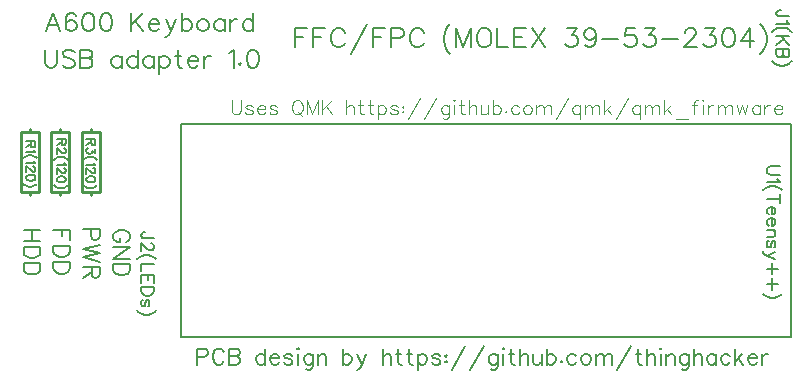
<source format=gto>
G04 ---------------------------- Layer name :TOP SILK LAYER*
G04 EasyEDA v5.3.14, Thu, 29 Mar 2018 20:23:58 GMT*
G04 Gerber Generator version 0.2*
G04 Scale: 100 percent, Rotated: No, Reflected: No *
G04 Dimensions in millimeters *
G04 leading zeros omitted , absolute positions ,3 integer and 3 decimal *
%FSLAX33Y33*%
%MOMM*%
G90*
G71D02*

%ADD10C,0.254000*%
%ADD16C,0.154838*%
%ADD17C,0.203200*%
%ADD18C,0.177800*%
%ADD19C,0.119888*%

%LPD*%
G54D10*
G01X1036Y15819D02*
G01X1036Y20899D01*
G01X1036Y20899D02*
G01X1798Y20899D01*
G01X1798Y20899D02*
G01X2560Y20899D01*
G01X2560Y20899D02*
G01X2560Y15819D01*
G01X2560Y15819D02*
G01X1798Y15819D01*
G01X1798Y15819D02*
G01X1036Y15819D01*
G01X1798Y20899D02*
G01X1798Y21153D01*
G01X1798Y15819D02*
G01X1798Y15565D01*
G01X3627Y15819D02*
G01X3627Y20899D01*
G01X3627Y20899D02*
G01X4389Y20899D01*
G01X4389Y20899D02*
G01X5151Y20899D01*
G01X5151Y20899D02*
G01X5151Y15819D01*
G01X5151Y15819D02*
G01X4389Y15819D01*
G01X4389Y15819D02*
G01X3627Y15819D01*
G01X4389Y20899D02*
G01X4389Y21153D01*
G01X4389Y15819D02*
G01X4389Y15565D01*
G01X6218Y15819D02*
G01X6218Y20899D01*
G01X6218Y20899D02*
G01X6980Y20899D01*
G01X6980Y20899D02*
G01X7742Y20899D01*
G01X7742Y20899D02*
G01X7742Y15819D01*
G01X7742Y15819D02*
G01X6980Y15819D01*
G01X6980Y15819D02*
G01X6218Y15819D01*
G01X6980Y20899D02*
G01X6980Y21153D01*
G01X6980Y15819D02*
G01X6980Y15565D01*
G54D16*
G01X66238Y21600D02*
G01X66238Y3535D01*
G01X14625Y3535D01*
G01X14625Y21600D01*
G01X66238Y21600D01*
G54D17*
G01X24278Y29691D02*
G01X24278Y28068D01*
G01X24278Y29691D02*
G01X25284Y29691D01*
G01X24278Y28919D02*
G01X24898Y28919D01*
G01X25794Y29691D02*
G01X25794Y28068D01*
G01X25794Y29691D02*
G01X26798Y29691D01*
G01X25794Y28919D02*
G01X26412Y28919D01*
G01X28467Y29305D02*
G01X28390Y29460D01*
G01X28235Y29615D01*
G01X28080Y29691D01*
G01X27773Y29691D01*
G01X27618Y29615D01*
G01X27463Y29460D01*
G01X27384Y29305D01*
G01X27308Y29074D01*
G01X27308Y28688D01*
G01X27384Y28454D01*
G01X27463Y28301D01*
G01X27618Y28147D01*
G01X27773Y28068D01*
G01X28080Y28068D01*
G01X28235Y28147D01*
G01X28390Y28301D01*
G01X28467Y28454D01*
G01X30369Y30001D02*
G01X28977Y27527D01*
G01X30880Y29691D02*
G01X30880Y28068D01*
G01X30880Y29691D02*
G01X31883Y29691D01*
G01X30880Y28919D02*
G01X31497Y28919D01*
G01X32393Y29691D02*
G01X32393Y28068D01*
G01X32393Y29691D02*
G01X33089Y29691D01*
G01X33320Y29615D01*
G01X33397Y29536D01*
G01X33475Y29383D01*
G01X33475Y29150D01*
G01X33397Y28995D01*
G01X33320Y28919D01*
G01X33089Y28842D01*
G01X32393Y28842D01*
G01X35144Y29305D02*
G01X35065Y29460D01*
G01X34913Y29615D01*
G01X34758Y29691D01*
G01X34448Y29691D01*
G01X34293Y29615D01*
G01X34138Y29460D01*
G01X34062Y29305D01*
G01X33986Y29074D01*
G01X33986Y28688D01*
G01X34062Y28454D01*
G01X34138Y28301D01*
G01X34293Y28147D01*
G01X34448Y28068D01*
G01X34758Y28068D01*
G01X34913Y28147D01*
G01X35065Y28301D01*
G01X35144Y28454D01*
G01X37384Y30001D02*
G01X37230Y29846D01*
G01X37075Y29615D01*
G01X36922Y29305D01*
G01X36843Y28919D01*
G01X36843Y28609D01*
G01X36922Y28223D01*
G01X37075Y27915D01*
G01X37230Y27682D01*
G01X37384Y27527D01*
G01X37895Y29691D02*
G01X37895Y28068D01*
G01X37895Y29691D02*
G01X38512Y28068D01*
G01X39132Y29691D02*
G01X38512Y28068D01*
G01X39132Y29691D02*
G01X39132Y28068D01*
G01X40105Y29691D02*
G01X39950Y29615D01*
G01X39795Y29460D01*
G01X39719Y29305D01*
G01X39640Y29074D01*
G01X39640Y28688D01*
G01X39719Y28454D01*
G01X39795Y28301D01*
G01X39950Y28147D01*
G01X40105Y28068D01*
G01X40415Y28068D01*
G01X40567Y28147D01*
G01X40722Y28301D01*
G01X40801Y28454D01*
G01X40877Y28688D01*
G01X40877Y29074D01*
G01X40801Y29305D01*
G01X40722Y29460D01*
G01X40567Y29615D01*
G01X40415Y29691D01*
G01X40105Y29691D01*
G01X41388Y29691D02*
G01X41388Y28068D01*
G01X41388Y28068D02*
G01X42315Y28068D01*
G01X42825Y29691D02*
G01X42825Y28068D01*
G01X42825Y29691D02*
G01X43828Y29691D01*
G01X42825Y28919D02*
G01X43442Y28919D01*
G01X42825Y28068D02*
G01X43828Y28068D01*
G01X44339Y29691D02*
G01X45421Y28068D01*
G01X45421Y29691D02*
G01X44339Y28068D01*
G01X47275Y29691D02*
G01X48126Y29691D01*
G01X47661Y29074D01*
G01X47895Y29074D01*
G01X48047Y28995D01*
G01X48126Y28919D01*
G01X48202Y28688D01*
G01X48202Y28533D01*
G01X48126Y28301D01*
G01X47971Y28147D01*
G01X47740Y28068D01*
G01X47506Y28068D01*
G01X47275Y28147D01*
G01X47199Y28223D01*
G01X47120Y28378D01*
G01X49716Y29150D02*
G01X49640Y28919D01*
G01X49485Y28764D01*
G01X49254Y28688D01*
G01X49178Y28688D01*
G01X48944Y28764D01*
G01X48789Y28919D01*
G01X48713Y29150D01*
G01X48713Y29229D01*
G01X48789Y29460D01*
G01X48944Y29615D01*
G01X49178Y29691D01*
G01X49254Y29691D01*
G01X49485Y29615D01*
G01X49640Y29460D01*
G01X49716Y29150D01*
G01X49716Y28764D01*
G01X49640Y28378D01*
G01X49485Y28147D01*
G01X49254Y28068D01*
G01X49099Y28068D01*
G01X48868Y28147D01*
G01X48789Y28301D01*
G01X50227Y28764D02*
G01X51619Y28764D01*
G01X53056Y29691D02*
G01X52284Y29691D01*
G01X52205Y28995D01*
G01X52284Y29074D01*
G01X52515Y29150D01*
G01X52746Y29150D01*
G01X52978Y29074D01*
G01X53132Y28919D01*
G01X53211Y28688D01*
G01X53211Y28533D01*
G01X53132Y28301D01*
G01X52978Y28147D01*
G01X52746Y28068D01*
G01X52515Y28068D01*
G01X52284Y28147D01*
G01X52205Y28223D01*
G01X52129Y28378D01*
G01X53874Y29691D02*
G01X54725Y29691D01*
G01X54260Y29074D01*
G01X54494Y29074D01*
G01X54646Y28995D01*
G01X54725Y28919D01*
G01X54801Y28688D01*
G01X54801Y28533D01*
G01X54725Y28301D01*
G01X54570Y28147D01*
G01X54339Y28068D01*
G01X54105Y28068D01*
G01X53874Y28147D01*
G01X53798Y28223D01*
G01X53719Y28378D01*
G01X55312Y28764D02*
G01X56704Y28764D01*
G01X57290Y29305D02*
G01X57290Y29383D01*
G01X57367Y29536D01*
G01X57445Y29615D01*
G01X57600Y29691D01*
G01X57908Y29691D01*
G01X58063Y29615D01*
G01X58141Y29536D01*
G01X58218Y29383D01*
G01X58218Y29229D01*
G01X58141Y29074D01*
G01X57986Y28842D01*
G01X57212Y28068D01*
G01X58294Y28068D01*
G01X58959Y29691D02*
G01X59810Y29691D01*
G01X59345Y29074D01*
G01X59576Y29074D01*
G01X59731Y28995D01*
G01X59810Y28919D01*
G01X59886Y28688D01*
G01X59886Y28533D01*
G01X59810Y28301D01*
G01X59655Y28147D01*
G01X59424Y28068D01*
G01X59190Y28068D01*
G01X58959Y28147D01*
G01X58883Y28223D01*
G01X58804Y28378D01*
G01X60859Y29691D02*
G01X60628Y29615D01*
G01X60473Y29383D01*
G01X60397Y28995D01*
G01X60397Y28764D01*
G01X60473Y28378D01*
G01X60628Y28147D01*
G01X60859Y28068D01*
G01X61014Y28068D01*
G01X61245Y28147D01*
G01X61400Y28378D01*
G01X61479Y28764D01*
G01X61479Y28995D01*
G01X61400Y29383D01*
G01X61245Y29615D01*
G01X61014Y29691D01*
G01X60859Y29691D01*
G01X62762Y29691D02*
G01X61989Y28609D01*
G01X63148Y28609D01*
G01X62762Y29691D02*
G01X62762Y28068D01*
G01X63658Y30001D02*
G01X63813Y29846D01*
G01X63966Y29615D01*
G01X64121Y29305D01*
G01X64199Y28919D01*
G01X64199Y28609D01*
G01X64121Y28223D01*
G01X63966Y27915D01*
G01X63813Y27682D01*
G01X63658Y27527D01*
G54D18*
G01X66091Y30680D02*
G01X65260Y30680D01*
G01X65105Y30733D01*
G01X65052Y30784D01*
G01X65001Y30888D01*
G01X65001Y30992D01*
G01X65052Y31096D01*
G01X65105Y31150D01*
G01X65260Y31200D01*
G01X65364Y31200D01*
G01X65885Y30337D02*
G01X65936Y30235D01*
G01X66091Y30078D01*
G01X65001Y30078D01*
G01X66299Y29372D02*
G01X66195Y29476D01*
G01X66040Y29580D01*
G01X65832Y29684D01*
G01X65573Y29735D01*
G01X65364Y29735D01*
G01X65105Y29684D01*
G01X64897Y29580D01*
G01X64742Y29476D01*
G01X64638Y29372D01*
G01X66091Y29029D02*
G01X65001Y29029D01*
G01X66091Y28302D02*
G01X65364Y29029D01*
G01X65623Y28770D02*
G01X65001Y28302D01*
G01X66091Y27959D02*
G01X65001Y27959D01*
G01X66091Y27959D02*
G01X66091Y27492D01*
G01X66040Y27334D01*
G01X65989Y27284D01*
G01X65885Y27230D01*
G01X65781Y27230D01*
G01X65677Y27284D01*
G01X65623Y27334D01*
G01X65573Y27492D01*
G01X65573Y27959D02*
G01X65573Y27492D01*
G01X65519Y27334D01*
G01X65468Y27284D01*
G01X65364Y27230D01*
G01X65209Y27230D01*
G01X65105Y27284D01*
G01X65052Y27334D01*
G01X65001Y27492D01*
G01X65001Y27959D01*
G01X66299Y26887D02*
G01X66195Y26783D01*
G01X66040Y26679D01*
G01X65832Y26578D01*
G01X65573Y26524D01*
G01X65364Y26524D01*
G01X65105Y26578D01*
G01X64897Y26679D01*
G01X64742Y26783D01*
G01X64638Y26887D01*
G01X2255Y20101D02*
G01X1490Y20101D01*
G01X2255Y20101D02*
G01X2255Y19773D01*
G01X2219Y19664D01*
G01X2181Y19629D01*
G01X2110Y19591D01*
G01X2036Y19591D01*
G01X1963Y19629D01*
G01X1927Y19664D01*
G01X1892Y19773D01*
G01X1892Y20101D01*
G01X1892Y19847D02*
G01X1490Y19591D01*
G01X2110Y19352D02*
G01X2146Y19278D01*
G01X2255Y19169D01*
G01X1490Y19169D01*
G01X2400Y18676D02*
G01X2329Y18747D01*
G01X2219Y18821D01*
G01X2072Y18895D01*
G01X1892Y18930D01*
G01X1747Y18930D01*
G01X1564Y18895D01*
G01X1419Y18821D01*
G01X1310Y18747D01*
G01X1236Y18676D01*
G01X2110Y18435D02*
G01X2146Y18364D01*
G01X2255Y18255D01*
G01X1490Y18255D01*
G01X2072Y17978D02*
G01X2110Y17978D01*
G01X2181Y17940D01*
G01X2219Y17904D01*
G01X2255Y17830D01*
G01X2255Y17686D01*
G01X2219Y17614D01*
G01X2181Y17576D01*
G01X2110Y17541D01*
G01X2036Y17541D01*
G01X1963Y17576D01*
G01X1856Y17650D01*
G01X1490Y18013D01*
G01X1490Y17505D01*
G01X2255Y17045D02*
G01X2219Y17155D01*
G01X2110Y17228D01*
G01X1927Y17264D01*
G01X1818Y17264D01*
G01X1638Y17228D01*
G01X1528Y17155D01*
G01X1490Y17045D01*
G01X1490Y16974D01*
G01X1528Y16865D01*
G01X1638Y16791D01*
G01X1818Y16756D01*
G01X1927Y16756D01*
G01X2110Y16791D01*
G01X2219Y16865D01*
G01X2255Y16974D01*
G01X2255Y17045D01*
G01X2400Y16515D02*
G01X2329Y16443D01*
G01X2219Y16370D01*
G01X2072Y16296D01*
G01X1892Y16261D01*
G01X1747Y16261D01*
G01X1564Y16296D01*
G01X1419Y16370D01*
G01X1310Y16443D01*
G01X1236Y16515D01*
G01X4854Y20301D02*
G01X4090Y20301D01*
G01X4854Y20301D02*
G01X4854Y19973D01*
G01X4816Y19864D01*
G01X4781Y19829D01*
G01X4707Y19793D01*
G01X4636Y19793D01*
G01X4562Y19829D01*
G01X4527Y19864D01*
G01X4491Y19973D01*
G01X4491Y20301D01*
G01X4491Y20047D02*
G01X4090Y19793D01*
G01X4671Y19516D02*
G01X4707Y19516D01*
G01X4781Y19478D01*
G01X4816Y19442D01*
G01X4854Y19371D01*
G01X4854Y19224D01*
G01X4816Y19153D01*
G01X4781Y19115D01*
G01X4707Y19079D01*
G01X4636Y19079D01*
G01X4562Y19115D01*
G01X4453Y19188D01*
G01X4090Y19552D01*
G01X4090Y19044D01*
G01X4999Y18548D02*
G01X4925Y18622D01*
G01X4816Y18693D01*
G01X4671Y18767D01*
G01X4491Y18802D01*
G01X4344Y18802D01*
G01X4163Y18767D01*
G01X4016Y18693D01*
G01X3907Y18622D01*
G01X3836Y18548D01*
G01X4707Y18307D02*
G01X4745Y18236D01*
G01X4854Y18127D01*
G01X4090Y18127D01*
G01X4671Y17850D02*
G01X4707Y17850D01*
G01X4781Y17814D01*
G01X4816Y17776D01*
G01X4854Y17705D01*
G01X4854Y17560D01*
G01X4816Y17487D01*
G01X4781Y17451D01*
G01X4707Y17413D01*
G01X4636Y17413D01*
G01X4562Y17451D01*
G01X4453Y17522D01*
G01X4090Y17885D01*
G01X4090Y17377D01*
G01X4854Y16920D02*
G01X4816Y17029D01*
G01X4707Y17101D01*
G01X4527Y17136D01*
G01X4417Y17136D01*
G01X4234Y17101D01*
G01X4125Y17029D01*
G01X4090Y16920D01*
G01X4090Y16847D01*
G01X4125Y16737D01*
G01X4234Y16664D01*
G01X4417Y16628D01*
G01X4527Y16628D01*
G01X4707Y16664D01*
G01X4816Y16737D01*
G01X4854Y16847D01*
G01X4854Y16920D01*
G01X4999Y16389D02*
G01X4925Y16316D01*
G01X4816Y16242D01*
G01X4671Y16171D01*
G01X4491Y16133D01*
G01X4344Y16133D01*
G01X4163Y16171D01*
G01X4016Y16242D01*
G01X3907Y16316D01*
G01X3836Y16389D01*
G01X7352Y20301D02*
G01X6590Y20301D01*
G01X7352Y20301D02*
G01X7352Y19973D01*
G01X7317Y19864D01*
G01X7281Y19829D01*
G01X7207Y19793D01*
G01X7134Y19793D01*
G01X7063Y19829D01*
G01X7027Y19864D01*
G01X6989Y19973D01*
G01X6989Y20301D01*
G01X6989Y20047D02*
G01X6590Y19793D01*
G01X7352Y19478D02*
G01X7352Y19079D01*
G01X7063Y19298D01*
G01X7063Y19188D01*
G01X7027Y19115D01*
G01X6989Y19079D01*
G01X6880Y19044D01*
G01X6809Y19044D01*
G01X6699Y19079D01*
G01X6626Y19153D01*
G01X6590Y19260D01*
G01X6590Y19369D01*
G01X6626Y19478D01*
G01X6661Y19516D01*
G01X6735Y19552D01*
G01X7499Y18548D02*
G01X7426Y18622D01*
G01X7317Y18693D01*
G01X7172Y18767D01*
G01X6989Y18802D01*
G01X6844Y18802D01*
G01X6661Y18767D01*
G01X6516Y18693D01*
G01X6407Y18622D01*
G01X6334Y18548D01*
G01X7207Y18307D02*
G01X7243Y18236D01*
G01X7352Y18127D01*
G01X6590Y18127D01*
G01X7172Y17850D02*
G01X7207Y17850D01*
G01X7281Y17814D01*
G01X7317Y17776D01*
G01X7352Y17705D01*
G01X7352Y17558D01*
G01X7317Y17487D01*
G01X7281Y17451D01*
G01X7207Y17413D01*
G01X7134Y17413D01*
G01X7063Y17451D01*
G01X6953Y17522D01*
G01X6590Y17885D01*
G01X6590Y17377D01*
G01X7352Y16920D02*
G01X7317Y17027D01*
G01X7207Y17101D01*
G01X7027Y17136D01*
G01X6918Y17136D01*
G01X6735Y17101D01*
G01X6626Y17027D01*
G01X6590Y16920D01*
G01X6590Y16847D01*
G01X6626Y16737D01*
G01X6735Y16664D01*
G01X6918Y16628D01*
G01X7027Y16628D01*
G01X7207Y16664D01*
G01X7317Y16737D01*
G01X7352Y16847D01*
G01X7352Y16920D01*
G01X7499Y16387D02*
G01X7426Y16316D01*
G01X7317Y16242D01*
G01X7172Y16171D01*
G01X6989Y16133D01*
G01X6844Y16133D01*
G01X6661Y16171D01*
G01X6516Y16242D01*
G01X6407Y16316D01*
G01X6334Y16387D01*
G01X65291Y18000D02*
G01X64512Y18000D01*
G01X64357Y17950D01*
G01X64253Y17846D01*
G01X64199Y17688D01*
G01X64199Y17586D01*
G01X64253Y17429D01*
G01X64357Y17325D01*
G01X64512Y17274D01*
G01X65291Y17274D01*
G01X65083Y16931D02*
G01X65136Y16827D01*
G01X65291Y16672D01*
G01X64199Y16672D01*
G01X65500Y15963D02*
G01X65396Y16068D01*
G01X65238Y16172D01*
G01X65032Y16276D01*
G01X64771Y16329D01*
G01X64565Y16329D01*
G01X64303Y16276D01*
G01X64095Y16172D01*
G01X63940Y16068D01*
G01X63836Y15963D01*
G01X65291Y15257D02*
G01X64199Y15257D01*
G01X65291Y15620D02*
G01X65291Y14894D01*
G01X64616Y14551D02*
G01X64616Y13929D01*
G01X64720Y13929D01*
G01X64824Y13980D01*
G01X64875Y14030D01*
G01X64928Y14135D01*
G01X64928Y14292D01*
G01X64875Y14396D01*
G01X64771Y14500D01*
G01X64616Y14551D01*
G01X64512Y14551D01*
G01X64357Y14500D01*
G01X64253Y14396D01*
G01X64199Y14292D01*
G01X64199Y14135D01*
G01X64253Y14030D01*
G01X64357Y13929D01*
G01X64616Y13586D02*
G01X64616Y12961D01*
G01X64720Y12961D01*
G01X64824Y13014D01*
G01X64875Y13065D01*
G01X64928Y13169D01*
G01X64928Y13324D01*
G01X64875Y13428D01*
G01X64771Y13533D01*
G01X64616Y13586D01*
G01X64512Y13586D01*
G01X64357Y13533D01*
G01X64253Y13428D01*
G01X64199Y13324D01*
G01X64199Y13169D01*
G01X64253Y13065D01*
G01X64357Y12961D01*
G01X64928Y12618D02*
G01X64199Y12618D01*
G01X64720Y12618D02*
G01X64875Y12463D01*
G01X64928Y12359D01*
G01X64928Y12202D01*
G01X64875Y12100D01*
G01X64720Y12047D01*
G01X64199Y12047D01*
G01X64771Y11132D02*
G01X64875Y11186D01*
G01X64928Y11341D01*
G01X64928Y11496D01*
G01X64875Y11653D01*
G01X64771Y11704D01*
G01X64667Y11653D01*
G01X64616Y11549D01*
G01X64565Y11287D01*
G01X64512Y11186D01*
G01X64408Y11132D01*
G01X64357Y11132D01*
G01X64253Y11186D01*
G01X64199Y11341D01*
G01X64199Y11496D01*
G01X64253Y11653D01*
G01X64357Y11704D01*
G01X64928Y10739D02*
G01X64199Y10426D01*
G01X64928Y10114D02*
G01X64199Y10426D01*
G01X63993Y10530D01*
G01X63889Y10634D01*
G01X63836Y10739D01*
G01X63836Y10789D01*
G01X65136Y9303D02*
G01X64199Y9303D01*
G01X64667Y9771D02*
G01X64667Y8836D01*
G01X65136Y8026D02*
G01X64199Y8026D01*
G01X64667Y8493D02*
G01X64667Y7559D01*
G01X65500Y7216D02*
G01X65396Y7111D01*
G01X65238Y7007D01*
G01X65032Y6903D01*
G01X64771Y6852D01*
G01X64565Y6852D01*
G01X64303Y6903D01*
G01X64095Y7007D01*
G01X63940Y7111D01*
G01X63836Y7216D01*
G01X12291Y11882D02*
G01X11461Y11882D01*
G01X11306Y11933D01*
G01X11252Y11986D01*
G01X11202Y12090D01*
G01X11202Y12192D01*
G01X11252Y12296D01*
G01X11306Y12349D01*
G01X11461Y12400D01*
G01X11565Y12400D01*
G01X12032Y11486D02*
G01X12083Y11486D01*
G01X12187Y11435D01*
G01X12241Y11382D01*
G01X12291Y11278D01*
G01X12291Y11072D01*
G01X12241Y10968D01*
G01X12187Y10914D01*
G01X12083Y10864D01*
G01X11979Y10864D01*
G01X11877Y10914D01*
G01X11720Y11019D01*
G01X11202Y11539D01*
G01X11202Y10810D01*
G01X12500Y10104D02*
G01X12395Y10208D01*
G01X12241Y10312D01*
G01X12032Y10417D01*
G01X11773Y10467D01*
G01X11565Y10467D01*
G01X11306Y10417D01*
G01X11098Y10312D01*
G01X10940Y10208D01*
G01X10836Y10104D01*
G01X12291Y9761D02*
G01X11202Y9761D01*
G01X11202Y9761D02*
G01X11202Y9139D01*
G01X12291Y8796D02*
G01X11202Y8796D01*
G01X12291Y8796D02*
G01X12291Y8120D01*
G01X11773Y8796D02*
G01X11773Y8379D01*
G01X11202Y8796D02*
G01X11202Y8120D01*
G01X12291Y7777D02*
G01X11202Y7777D01*
G01X12291Y7777D02*
G01X12291Y7414D01*
G01X12241Y7257D01*
G01X12136Y7153D01*
G01X12032Y7102D01*
G01X11877Y7049D01*
G01X11616Y7049D01*
G01X11461Y7102D01*
G01X11357Y7153D01*
G01X11252Y7257D01*
G01X11202Y7414D01*
G01X11202Y7777D01*
G01X11773Y6134D02*
G01X11877Y6187D01*
G01X11928Y6342D01*
G01X11928Y6500D01*
G01X11877Y6655D01*
G01X11773Y6706D01*
G01X11669Y6655D01*
G01X11616Y6551D01*
G01X11565Y6292D01*
G01X11512Y6187D01*
G01X11407Y6134D01*
G01X11357Y6134D01*
G01X11252Y6187D01*
G01X11202Y6342D01*
G01X11202Y6500D01*
G01X11252Y6655D01*
G01X11357Y6706D01*
G01X12500Y5791D02*
G01X12395Y5690D01*
G01X12241Y5585D01*
G01X12032Y5481D01*
G01X11773Y5428D01*
G01X11565Y5428D01*
G01X11306Y5481D01*
G01X11098Y5585D01*
G01X10940Y5690D01*
G01X10836Y5791D01*
G54D17*
G01X2700Y12601D02*
G01X1267Y12601D01*
G01X2700Y11646D02*
G01X1267Y11646D01*
G01X2019Y12601D02*
G01X2019Y11646D01*
G01X2700Y11196D02*
G01X1267Y11196D01*
G01X2700Y11196D02*
G01X2700Y10719D01*
G01X2631Y10513D01*
G01X2494Y10378D01*
G01X2359Y10310D01*
G01X2154Y10241D01*
G01X1813Y10241D01*
G01X1608Y10310D01*
G01X1473Y10378D01*
G01X1336Y10513D01*
G01X1267Y10719D01*
G01X1267Y11196D01*
G01X2700Y9791D02*
G01X1267Y9791D01*
G01X2700Y9791D02*
G01X2700Y9314D01*
G01X2631Y9108D01*
G01X2494Y8974D01*
G01X2359Y8905D01*
G01X2154Y8836D01*
G01X1813Y8836D01*
G01X1608Y8905D01*
G01X1473Y8974D01*
G01X1336Y9108D01*
G01X1267Y9314D01*
G01X1267Y9791D01*
G01X5199Y12601D02*
G01X3766Y12601D01*
G01X5199Y12601D02*
G01X5199Y11714D01*
G01X4518Y12601D02*
G01X4518Y12055D01*
G01X5199Y11265D02*
G01X3766Y11265D01*
G01X5199Y11265D02*
G01X5199Y10787D01*
G01X5130Y10581D01*
G01X4996Y10447D01*
G01X4859Y10378D01*
G01X4653Y10310D01*
G01X4312Y10310D01*
G01X4109Y10378D01*
G01X3972Y10447D01*
G01X3835Y10581D01*
G01X3766Y10787D01*
G01X3766Y11265D01*
G01X5199Y9860D02*
G01X3766Y9860D01*
G01X5199Y9860D02*
G01X5199Y9383D01*
G01X5130Y9177D01*
G01X4996Y9042D01*
G01X4859Y8974D01*
G01X4653Y8905D01*
G01X4312Y8905D01*
G01X4109Y8974D01*
G01X3972Y9042D01*
G01X3835Y9177D01*
G01X3766Y9383D01*
G01X3766Y9860D01*
G01X7700Y12701D02*
G01X6270Y12701D01*
G01X7700Y12701D02*
G01X7700Y12089D01*
G01X7634Y11883D01*
G01X7565Y11814D01*
G01X7428Y11746D01*
G01X7225Y11746D01*
G01X7088Y11814D01*
G01X7019Y11883D01*
G01X6951Y12089D01*
G01X6951Y12701D01*
G01X7700Y11296D02*
G01X6270Y10956D01*
G01X7700Y10616D02*
G01X6270Y10956D01*
G01X7700Y10616D02*
G01X6270Y10275D01*
G01X7700Y9932D02*
G01X6270Y10275D01*
G01X7700Y9483D02*
G01X6270Y9483D01*
G01X7700Y9483D02*
G01X7700Y8870D01*
G01X7634Y8665D01*
G01X7565Y8596D01*
G01X7428Y8528D01*
G01X7291Y8528D01*
G01X7156Y8596D01*
G01X7088Y8665D01*
G01X7019Y8870D01*
G01X7019Y9483D01*
G01X7019Y9005D02*
G01X6270Y8528D01*
G01X9959Y11577D02*
G01X10096Y11646D01*
G01X10231Y11783D01*
G01X10299Y11920D01*
G01X10299Y12192D01*
G01X10231Y12329D01*
G01X10096Y12464D01*
G01X9959Y12532D01*
G01X9753Y12601D01*
G01X9413Y12601D01*
G01X9210Y12532D01*
G01X9073Y12464D01*
G01X8935Y12329D01*
G01X8867Y12192D01*
G01X8867Y11920D01*
G01X8935Y11783D01*
G01X9073Y11646D01*
G01X9210Y11577D01*
G01X9413Y11577D01*
G01X9413Y11920D02*
G01X9413Y11577D01*
G01X10299Y11127D02*
G01X8867Y11127D01*
G01X10299Y11127D02*
G01X8867Y10172D01*
G01X10299Y10172D02*
G01X8867Y10172D01*
G01X10299Y9723D02*
G01X8867Y9723D01*
G01X10299Y9723D02*
G01X10299Y9245D01*
G01X10231Y9042D01*
G01X10096Y8905D01*
G01X9959Y8836D01*
G01X9753Y8768D01*
G01X9413Y8768D01*
G01X9210Y8836D01*
G01X9073Y8905D01*
G01X8935Y9042D01*
G01X8867Y9245D01*
G01X8867Y9723D01*
G01X3761Y30961D02*
G01X3179Y29431D01*
G01X3761Y30961D02*
G01X4342Y29431D01*
G01X3397Y29942D02*
G01X4127Y29942D01*
G01X5696Y30742D02*
G01X5623Y30887D01*
G01X5404Y30961D01*
G01X5259Y30961D01*
G01X5041Y30887D01*
G01X4896Y30669D01*
G01X4823Y30305D01*
G01X4823Y29942D01*
G01X4896Y29650D01*
G01X5041Y29505D01*
G01X5259Y29431D01*
G01X5333Y29431D01*
G01X5551Y29505D01*
G01X5696Y29650D01*
G01X5770Y29868D01*
G01X5770Y29942D01*
G01X5696Y30161D01*
G01X5551Y30305D01*
G01X5333Y30376D01*
G01X5259Y30376D01*
G01X5041Y30305D01*
G01X4896Y30161D01*
G01X4823Y29942D01*
G01X6684Y30961D02*
G01X6468Y30887D01*
G01X6321Y30669D01*
G01X6250Y30305D01*
G01X6250Y30087D01*
G01X6321Y29724D01*
G01X6468Y29505D01*
G01X6684Y29431D01*
G01X6832Y29431D01*
G01X7050Y29505D01*
G01X7195Y29724D01*
G01X7266Y30087D01*
G01X7266Y30305D01*
G01X7195Y30669D01*
G01X7050Y30887D01*
G01X6832Y30961D01*
G01X6684Y30961D01*
G01X8183Y30961D02*
G01X7964Y30887D01*
G01X7820Y30669D01*
G01X7746Y30305D01*
G01X7746Y30087D01*
G01X7820Y29724D01*
G01X7964Y29505D01*
G01X8183Y29431D01*
G01X8330Y29431D01*
G01X8546Y29505D01*
G01X8693Y29724D01*
G01X8765Y30087D01*
G01X8765Y30305D01*
G01X8693Y30669D01*
G01X8546Y30887D01*
G01X8330Y30961D01*
G01X8183Y30961D01*
G01X10365Y30961D02*
G01X10365Y29431D01*
G01X11383Y30961D02*
G01X10365Y29942D01*
G01X10728Y30305D02*
G01X11383Y29431D01*
G01X11863Y30013D02*
G01X12737Y30013D01*
G01X12737Y30161D01*
G01X12663Y30305D01*
G01X12590Y30376D01*
G01X12445Y30450D01*
G01X12227Y30450D01*
G01X12082Y30376D01*
G01X11937Y30232D01*
G01X11863Y30013D01*
G01X11863Y29868D01*
G01X11937Y29650D01*
G01X12082Y29505D01*
G01X12227Y29431D01*
G01X12445Y29431D01*
G01X12590Y29505D01*
G01X12737Y29650D01*
G01X13288Y30450D02*
G01X13725Y29431D01*
G01X14162Y30450D02*
G01X13725Y29431D01*
G01X13580Y29142D01*
G01X13436Y28995D01*
G01X13288Y28923D01*
G01X13217Y28923D01*
G01X14642Y30961D02*
G01X14642Y29431D01*
G01X14642Y30232D02*
G01X14787Y30376D01*
G01X14932Y30450D01*
G01X15150Y30450D01*
G01X15297Y30376D01*
G01X15442Y30232D01*
G01X15513Y30013D01*
G01X15513Y29868D01*
G01X15442Y29650D01*
G01X15297Y29505D01*
G01X15150Y29431D01*
G01X14932Y29431D01*
G01X14787Y29505D01*
G01X14642Y29650D01*
G01X16359Y30450D02*
G01X16212Y30376D01*
G01X16067Y30232D01*
G01X15993Y30013D01*
G01X15993Y29868D01*
G01X16067Y29650D01*
G01X16212Y29505D01*
G01X16359Y29431D01*
G01X16575Y29431D01*
G01X16723Y29505D01*
G01X16867Y29650D01*
G01X16941Y29868D01*
G01X16941Y30013D01*
G01X16867Y30232D01*
G01X16723Y30376D01*
G01X16575Y30450D01*
G01X16359Y30450D01*
G01X18292Y30450D02*
G01X18292Y29431D01*
G01X18292Y30232D02*
G01X18147Y30376D01*
G01X18002Y30450D01*
G01X17784Y30450D01*
G01X17639Y30376D01*
G01X17492Y30232D01*
G01X17421Y30013D01*
G01X17421Y29868D01*
G01X17492Y29650D01*
G01X17639Y29505D01*
G01X17784Y29431D01*
G01X18002Y29431D01*
G01X18147Y29505D01*
G01X18292Y29650D01*
G01X18772Y30450D02*
G01X18772Y29431D01*
G01X18772Y30013D02*
G01X18846Y30232D01*
G01X18991Y30376D01*
G01X19136Y30450D01*
G01X19354Y30450D01*
G01X20708Y30961D02*
G01X20708Y29431D01*
G01X20708Y30232D02*
G01X20563Y30376D01*
G01X20415Y30450D01*
G01X20197Y30450D01*
G01X20052Y30376D01*
G01X19907Y30232D01*
G01X19834Y30013D01*
G01X19834Y29868D01*
G01X19907Y29650D01*
G01X20052Y29505D01*
G01X20197Y29431D01*
G01X20415Y29431D01*
G01X20563Y29505D01*
G01X20708Y29650D01*
G01X3079Y27860D02*
G01X3079Y26768D01*
G01X3150Y26550D01*
G01X3298Y26405D01*
G01X3513Y26331D01*
G01X3661Y26331D01*
G01X3879Y26405D01*
G01X4024Y26550D01*
G01X4095Y26768D01*
G01X4095Y27860D01*
G01X5594Y27642D02*
G01X5449Y27787D01*
G01X5230Y27860D01*
G01X4941Y27860D01*
G01X4722Y27787D01*
G01X4575Y27642D01*
G01X4575Y27497D01*
G01X4649Y27350D01*
G01X4722Y27279D01*
G01X4867Y27205D01*
G01X5304Y27060D01*
G01X5449Y26986D01*
G01X5523Y26915D01*
G01X5594Y26768D01*
G01X5594Y26550D01*
G01X5449Y26405D01*
G01X5230Y26331D01*
G01X4941Y26331D01*
G01X4722Y26405D01*
G01X4575Y26550D01*
G01X6074Y27860D02*
G01X6074Y26331D01*
G01X6074Y27860D02*
G01X6729Y27860D01*
G01X6947Y27787D01*
G01X7021Y27715D01*
G01X7092Y27568D01*
G01X7092Y27423D01*
G01X7021Y27279D01*
G01X6947Y27205D01*
G01X6729Y27131D01*
G01X6074Y27131D02*
G01X6729Y27131D01*
G01X6947Y27060D01*
G01X7021Y26986D01*
G01X7092Y26842D01*
G01X7092Y26623D01*
G01X7021Y26478D01*
G01X6947Y26405D01*
G01X6729Y26331D01*
G01X6074Y26331D01*
G01X9566Y27350D02*
G01X9566Y26331D01*
G01X9566Y27131D02*
G01X9419Y27279D01*
G01X9274Y27350D01*
G01X9056Y27350D01*
G01X8911Y27279D01*
G01X8766Y27131D01*
G01X8692Y26915D01*
G01X8692Y26768D01*
G01X8766Y26550D01*
G01X8911Y26405D01*
G01X9056Y26331D01*
G01X9274Y26331D01*
G01X9419Y26405D01*
G01X9566Y26550D01*
G01X10918Y27860D02*
G01X10918Y26331D01*
G01X10918Y27131D02*
G01X10773Y27279D01*
G01X10628Y27350D01*
G01X10410Y27350D01*
G01X10265Y27279D01*
G01X10117Y27131D01*
G01X10046Y26915D01*
G01X10046Y26768D01*
G01X10117Y26550D01*
G01X10265Y26405D01*
G01X10410Y26331D01*
G01X10628Y26331D01*
G01X10773Y26405D01*
G01X10918Y26550D01*
G01X12271Y27350D02*
G01X12271Y26331D01*
G01X12271Y27131D02*
G01X12127Y27279D01*
G01X11979Y27350D01*
G01X11761Y27350D01*
G01X11616Y27279D01*
G01X11471Y27131D01*
G01X11398Y26915D01*
G01X11398Y26768D01*
G01X11471Y26550D01*
G01X11616Y26405D01*
G01X11761Y26331D01*
G01X11979Y26331D01*
G01X12127Y26405D01*
G01X12271Y26550D01*
G01X12751Y27350D02*
G01X12751Y25823D01*
G01X12751Y27131D02*
G01X12896Y27279D01*
G01X13041Y27350D01*
G01X13259Y27350D01*
G01X13404Y27279D01*
G01X13551Y27131D01*
G01X13623Y26915D01*
G01X13623Y26768D01*
G01X13551Y26550D01*
G01X13404Y26405D01*
G01X13259Y26331D01*
G01X13041Y26331D01*
G01X12896Y26405D01*
G01X12751Y26550D01*
G01X14321Y27860D02*
G01X14321Y26623D01*
G01X14395Y26405D01*
G01X14540Y26331D01*
G01X14684Y26331D01*
G01X14103Y27350D02*
G01X14613Y27350D01*
G01X15164Y26915D02*
G01X16038Y26915D01*
G01X16038Y27060D01*
G01X15964Y27205D01*
G01X15893Y27279D01*
G01X15746Y27350D01*
G01X15530Y27350D01*
G01X15383Y27279D01*
G01X15238Y27131D01*
G01X15164Y26915D01*
G01X15164Y26768D01*
G01X15238Y26550D01*
G01X15383Y26405D01*
G01X15530Y26331D01*
G01X15746Y26331D01*
G01X15893Y26405D01*
G01X16038Y26550D01*
G01X16518Y27350D02*
G01X16518Y26331D01*
G01X16518Y26915D02*
G01X16592Y27131D01*
G01X16737Y27279D01*
G01X16881Y27350D01*
G01X17100Y27350D01*
G01X18700Y27568D02*
G01X18845Y27642D01*
G01X19063Y27860D01*
G01X19063Y26331D01*
G01X19617Y26697D02*
G01X19543Y26623D01*
G01X19617Y26550D01*
G01X19688Y26623D01*
G01X19617Y26697D01*
G01X20605Y27860D02*
G01X20387Y27787D01*
G01X20242Y27568D01*
G01X20168Y27205D01*
G01X20168Y26986D01*
G01X20242Y26623D01*
G01X20387Y26405D01*
G01X20605Y26331D01*
G01X20750Y26331D01*
G01X20968Y26405D01*
G01X21116Y26623D01*
G01X21187Y26986D01*
G01X21187Y27205D01*
G01X21116Y27568D01*
G01X20968Y27787D01*
G01X20750Y27860D01*
G01X20605Y27860D01*
G54D19*
G01X18886Y23572D02*
G01X18886Y22721D01*
G01X18942Y22551D01*
G01X19056Y22436D01*
G01X19226Y22380D01*
G01X19340Y22380D01*
G01X19511Y22436D01*
G01X19625Y22551D01*
G01X19681Y22721D01*
G01X19681Y23572D01*
G01X20681Y23005D02*
G01X20623Y23120D01*
G01X20453Y23175D01*
G01X20283Y23175D01*
G01X20112Y23120D01*
G01X20057Y23005D01*
G01X20112Y22891D01*
G01X20227Y22835D01*
G01X20511Y22777D01*
G01X20623Y22721D01*
G01X20681Y22607D01*
G01X20681Y22551D01*
G01X20623Y22436D01*
G01X20453Y22380D01*
G01X20283Y22380D01*
G01X20112Y22436D01*
G01X20057Y22551D01*
G01X21055Y22835D02*
G01X21738Y22835D01*
G01X21738Y22947D01*
G01X21680Y23061D01*
G01X21624Y23120D01*
G01X21509Y23175D01*
G01X21339Y23175D01*
G01X21225Y23120D01*
G01X21113Y23005D01*
G01X21055Y22835D01*
G01X21055Y22721D01*
G01X21113Y22551D01*
G01X21225Y22436D01*
G01X21339Y22380D01*
G01X21509Y22380D01*
G01X21624Y22436D01*
G01X21738Y22551D01*
G01X22736Y23005D02*
G01X22680Y23120D01*
G01X22510Y23175D01*
G01X22340Y23175D01*
G01X22170Y23120D01*
G01X22111Y23005D01*
G01X22170Y22891D01*
G01X22282Y22835D01*
G01X22566Y22777D01*
G01X22680Y22721D01*
G01X22736Y22607D01*
G01X22736Y22551D01*
G01X22680Y22436D01*
G01X22510Y22380D01*
G01X22340Y22380D01*
G01X22170Y22436D01*
G01X22111Y22551D01*
G01X24329Y23572D02*
G01X24214Y23516D01*
G01X24100Y23402D01*
G01X24044Y23290D01*
G01X23989Y23120D01*
G01X23989Y22835D01*
G01X24044Y22665D01*
G01X24100Y22551D01*
G01X24214Y22436D01*
G01X24329Y22380D01*
G01X24555Y22380D01*
G01X24669Y22436D01*
G01X24784Y22551D01*
G01X24839Y22665D01*
G01X24895Y22835D01*
G01X24895Y23120D01*
G01X24839Y23290D01*
G01X24784Y23402D01*
G01X24669Y23516D01*
G01X24555Y23572D01*
G01X24329Y23572D01*
G01X24499Y22607D02*
G01X24839Y22266D01*
G01X25271Y23572D02*
G01X25271Y22380D01*
G01X25271Y23572D02*
G01X25726Y22380D01*
G01X26181Y23572D02*
G01X25726Y22380D01*
G01X26181Y23572D02*
G01X26181Y22380D01*
G01X26556Y23572D02*
G01X26556Y22380D01*
G01X27351Y23572D02*
G01X26556Y22777D01*
G01X26838Y23061D02*
G01X27351Y22380D01*
G01X28601Y23572D02*
G01X28601Y22380D01*
G01X28601Y22947D02*
G01X28771Y23120D01*
G01X28886Y23175D01*
G01X29056Y23175D01*
G01X29170Y23120D01*
G01X29226Y22947D01*
G01X29226Y22380D01*
G01X29772Y23572D02*
G01X29772Y22607D01*
G01X29828Y22436D01*
G01X29942Y22380D01*
G01X30056Y22380D01*
G01X29602Y23175D02*
G01X29998Y23175D01*
G01X30600Y23572D02*
G01X30600Y22607D01*
G01X30659Y22436D01*
G01X30770Y22380D01*
G01X30885Y22380D01*
G01X30430Y23175D02*
G01X30829Y23175D01*
G01X31260Y23175D02*
G01X31260Y21982D01*
G01X31260Y23005D02*
G01X31375Y23120D01*
G01X31487Y23175D01*
G01X31657Y23175D01*
G01X31771Y23120D01*
G01X31885Y23005D01*
G01X31941Y22835D01*
G01X31941Y22721D01*
G01X31885Y22551D01*
G01X31771Y22436D01*
G01X31657Y22380D01*
G01X31487Y22380D01*
G01X31375Y22436D01*
G01X31260Y22551D01*
G01X32942Y23005D02*
G01X32886Y23120D01*
G01X32713Y23175D01*
G01X32543Y23175D01*
G01X32373Y23120D01*
G01X32317Y23005D01*
G01X32373Y22891D01*
G01X32487Y22835D01*
G01X32772Y22777D01*
G01X32886Y22721D01*
G01X32942Y22607D01*
G01X32942Y22551D01*
G01X32886Y22436D01*
G01X32713Y22380D01*
G01X32543Y22380D01*
G01X32373Y22436D01*
G01X32317Y22551D01*
G01X33374Y23061D02*
G01X33318Y23005D01*
G01X33374Y22947D01*
G01X33430Y23005D01*
G01X33374Y23061D01*
G01X33374Y22665D02*
G01X33318Y22607D01*
G01X33374Y22551D01*
G01X33430Y22607D01*
G01X33374Y22665D01*
G01X34829Y23800D02*
G01X33806Y21982D01*
G01X36226Y23800D02*
G01X35203Y21982D01*
G01X37283Y23175D02*
G01X37283Y22266D01*
G01X37227Y22096D01*
G01X37168Y22040D01*
G01X37054Y21982D01*
G01X36884Y21982D01*
G01X36772Y22040D01*
G01X37283Y23005D02*
G01X37168Y23120D01*
G01X37054Y23175D01*
G01X36884Y23175D01*
G01X36772Y23120D01*
G01X36658Y23005D01*
G01X36602Y22835D01*
G01X36602Y22721D01*
G01X36658Y22551D01*
G01X36772Y22436D01*
G01X36884Y22380D01*
G01X37054Y22380D01*
G01X37168Y22436D01*
G01X37283Y22551D01*
G01X37659Y23572D02*
G01X37715Y23516D01*
G01X37771Y23572D01*
G01X37715Y23630D01*
G01X37659Y23572D01*
G01X37715Y23175D02*
G01X37715Y22380D01*
G01X38317Y23572D02*
G01X38317Y22607D01*
G01X38372Y22436D01*
G01X38487Y22380D01*
G01X38601Y22380D01*
G01X38146Y23175D02*
G01X38545Y23175D01*
G01X38977Y23572D02*
G01X38977Y22380D01*
G01X38977Y22947D02*
G01X39147Y23120D01*
G01X39259Y23175D01*
G01X39432Y23175D01*
G01X39543Y23120D01*
G01X39602Y22947D01*
G01X39602Y22380D01*
G01X39975Y23175D02*
G01X39975Y22607D01*
G01X40034Y22436D01*
G01X40145Y22380D01*
G01X40316Y22380D01*
G01X40430Y22436D01*
G01X40600Y22607D01*
G01X40600Y23175D02*
G01X40600Y22380D01*
G01X40976Y23572D02*
G01X40976Y22380D01*
G01X40976Y23005D02*
G01X41090Y23120D01*
G01X41202Y23175D01*
G01X41375Y23175D01*
G01X41486Y23120D01*
G01X41601Y23005D01*
G01X41657Y22835D01*
G01X41657Y22721D01*
G01X41601Y22551D01*
G01X41486Y22436D01*
G01X41375Y22380D01*
G01X41202Y22380D01*
G01X41090Y22436D01*
G01X40976Y22551D01*
G01X42089Y22665D02*
G01X42033Y22607D01*
G01X42089Y22551D01*
G01X42147Y22607D01*
G01X42089Y22665D01*
G01X43204Y23005D02*
G01X43089Y23120D01*
G01X42975Y23175D01*
G01X42805Y23175D01*
G01X42693Y23120D01*
G01X42579Y23005D01*
G01X42520Y22835D01*
G01X42520Y22721D01*
G01X42579Y22551D01*
G01X42693Y22436D01*
G01X42805Y22380D01*
G01X42975Y22380D01*
G01X43089Y22436D01*
G01X43204Y22551D01*
G01X43861Y23175D02*
G01X43750Y23120D01*
G01X43635Y23005D01*
G01X43577Y22835D01*
G01X43577Y22721D01*
G01X43635Y22551D01*
G01X43750Y22436D01*
G01X43861Y22380D01*
G01X44032Y22380D01*
G01X44146Y22436D01*
G01X44260Y22551D01*
G01X44316Y22721D01*
G01X44316Y22835D01*
G01X44260Y23005D01*
G01X44146Y23120D01*
G01X44032Y23175D01*
G01X43861Y23175D01*
G01X44692Y23175D02*
G01X44692Y22380D01*
G01X44692Y22947D02*
G01X44862Y23120D01*
G01X44976Y23175D01*
G01X45147Y23175D01*
G01X45261Y23120D01*
G01X45317Y22947D01*
G01X45317Y22380D01*
G01X45317Y22947D02*
G01X45487Y23120D01*
G01X45601Y23175D01*
G01X45772Y23175D01*
G01X45886Y23120D01*
G01X45942Y22947D01*
G01X45942Y22380D01*
G01X47339Y23800D02*
G01X46318Y21982D01*
G01X48395Y23175D02*
G01X48395Y21982D01*
G01X48395Y23005D02*
G01X48284Y23120D01*
G01X48169Y23175D01*
G01X47999Y23175D01*
G01X47885Y23120D01*
G01X47770Y23005D01*
G01X47715Y22835D01*
G01X47715Y22721D01*
G01X47770Y22551D01*
G01X47885Y22436D01*
G01X47999Y22380D01*
G01X48169Y22380D01*
G01X48284Y22436D01*
G01X48395Y22551D01*
G01X48771Y23175D02*
G01X48771Y22380D01*
G01X48771Y22947D02*
G01X48941Y23120D01*
G01X49056Y23175D01*
G01X49226Y23175D01*
G01X49340Y23120D01*
G01X49396Y22947D01*
G01X49396Y22380D01*
G01X49396Y22947D02*
G01X49566Y23120D01*
G01X49681Y23175D01*
G01X49851Y23175D01*
G01X49965Y23120D01*
G01X50021Y22947D01*
G01X50021Y22380D01*
G01X50397Y23572D02*
G01X50397Y22380D01*
G01X50966Y23175D02*
G01X50397Y22607D01*
G01X50623Y22835D02*
G01X51022Y22380D01*
G01X52419Y23800D02*
G01X51398Y21982D01*
G01X53475Y23175D02*
G01X53475Y21982D01*
G01X53475Y23005D02*
G01X53361Y23120D01*
G01X53249Y23175D01*
G01X53079Y23175D01*
G01X52965Y23120D01*
G01X52850Y23005D01*
G01X52795Y22835D01*
G01X52795Y22721D01*
G01X52850Y22551D01*
G01X52965Y22436D01*
G01X53079Y22380D01*
G01X53249Y22380D01*
G01X53361Y22436D01*
G01X53475Y22551D01*
G01X53851Y23175D02*
G01X53851Y22380D01*
G01X53851Y22947D02*
G01X54021Y23120D01*
G01X54136Y23175D01*
G01X54306Y23175D01*
G01X54420Y23120D01*
G01X54476Y22947D01*
G01X54476Y22380D01*
G01X54476Y22947D02*
G01X54646Y23120D01*
G01X54761Y23175D01*
G01X54931Y23175D01*
G01X55045Y23120D01*
G01X55101Y22947D01*
G01X55101Y22380D01*
G01X55477Y23572D02*
G01X55477Y22380D01*
G01X56043Y23175D02*
G01X55477Y22607D01*
G01X55703Y22835D02*
G01X56102Y22380D01*
G01X56475Y21982D02*
G01X57499Y21982D01*
G01X58329Y23572D02*
G01X58215Y23572D01*
G01X58101Y23516D01*
G01X58045Y23346D01*
G01X58045Y22380D01*
G01X57875Y23175D02*
G01X58271Y23175D01*
G01X58703Y23572D02*
G01X58761Y23516D01*
G01X58817Y23572D01*
G01X58761Y23630D01*
G01X58703Y23572D01*
G01X58761Y23175D02*
G01X58761Y22380D01*
G01X59193Y23175D02*
G01X59193Y22380D01*
G01X59193Y22835D02*
G01X59249Y23005D01*
G01X59363Y23120D01*
G01X59475Y23175D01*
G01X59647Y23175D01*
G01X60021Y23175D02*
G01X60021Y22380D01*
G01X60021Y22947D02*
G01X60191Y23120D01*
G01X60305Y23175D01*
G01X60476Y23175D01*
G01X60590Y23120D01*
G01X60646Y22947D01*
G01X60646Y22380D01*
G01X60646Y22947D02*
G01X60816Y23120D01*
G01X60930Y23175D01*
G01X61100Y23175D01*
G01X61215Y23120D01*
G01X61271Y22947D01*
G01X61271Y22380D01*
G01X61647Y23175D02*
G01X61873Y22380D01*
G01X62101Y23175D02*
G01X61873Y22380D01*
G01X62101Y23175D02*
G01X62327Y22380D01*
G01X62556Y23175D02*
G01X62327Y22380D01*
G01X63612Y23175D02*
G01X63612Y22380D01*
G01X63612Y23005D02*
G01X63498Y23120D01*
G01X63384Y23175D01*
G01X63214Y23175D01*
G01X63102Y23120D01*
G01X62988Y23005D01*
G01X62929Y22835D01*
G01X62929Y22721D01*
G01X62988Y22551D01*
G01X63102Y22436D01*
G01X63214Y22380D01*
G01X63384Y22380D01*
G01X63498Y22436D01*
G01X63612Y22551D01*
G01X63988Y23175D02*
G01X63988Y22380D01*
G01X63988Y22835D02*
G01X64044Y23005D01*
G01X64159Y23120D01*
G01X64270Y23175D01*
G01X64443Y23175D01*
G01X64816Y22835D02*
G01X65500Y22835D01*
G01X65500Y22947D01*
G01X65441Y23061D01*
G01X65385Y23120D01*
G01X65271Y23175D01*
G01X65101Y23175D01*
G01X64987Y23120D01*
G01X64875Y23005D01*
G01X64816Y22835D01*
G01X64816Y22721D01*
G01X64875Y22551D01*
G01X64987Y22436D01*
G01X65101Y22380D01*
G01X65271Y22380D01*
G01X65385Y22436D01*
G01X65500Y22551D01*
G54D17*
G01X15986Y2547D02*
G01X15986Y1211D01*
G01X15986Y2547D02*
G01X16560Y2547D01*
G01X16750Y2484D01*
G01X16814Y2420D01*
G01X16877Y2293D01*
G01X16877Y2103D01*
G01X16814Y1976D01*
G01X16750Y1912D01*
G01X16560Y1849D01*
G01X15986Y1849D01*
G01X18251Y2230D02*
G01X18188Y2357D01*
G01X18061Y2484D01*
G01X17934Y2547D01*
G01X17680Y2547D01*
G01X17553Y2484D01*
G01X17426Y2357D01*
G01X17360Y2230D01*
G01X17296Y2039D01*
G01X17296Y1722D01*
G01X17360Y1529D01*
G01X17426Y1402D01*
G01X17553Y1275D01*
G01X17680Y1211D01*
G01X17934Y1211D01*
G01X18061Y1275D01*
G01X18188Y1402D01*
G01X18251Y1529D01*
G01X18673Y2547D02*
G01X18673Y1211D01*
G01X18673Y2547D02*
G01X19245Y2547D01*
G01X19435Y2484D01*
G01X19499Y2420D01*
G01X19562Y2293D01*
G01X19562Y2166D01*
G01X19499Y2039D01*
G01X19435Y1976D01*
G01X19245Y1912D01*
G01X18673Y1912D02*
G01X19245Y1912D01*
G01X19435Y1849D01*
G01X19499Y1785D01*
G01X19562Y1656D01*
G01X19562Y1465D01*
G01X19499Y1338D01*
G01X19435Y1275D01*
G01X19245Y1211D01*
G01X18673Y1211D01*
G01X21726Y2547D02*
G01X21726Y1211D01*
G01X21726Y1912D02*
G01X21599Y2039D01*
G01X21472Y2103D01*
G01X21282Y2103D01*
G01X21155Y2039D01*
G01X21028Y1912D01*
G01X20964Y1722D01*
G01X20964Y1592D01*
G01X21028Y1402D01*
G01X21155Y1275D01*
G01X21282Y1211D01*
G01X21472Y1211D01*
G01X21599Y1275D01*
G01X21726Y1402D01*
G01X22148Y1722D02*
G01X22910Y1722D01*
G01X22910Y1849D01*
G01X22846Y1976D01*
G01X22783Y2039D01*
G01X22656Y2103D01*
G01X22465Y2103D01*
G01X22338Y2039D01*
G01X22211Y1912D01*
G01X22148Y1722D01*
G01X22148Y1592D01*
G01X22211Y1402D01*
G01X22338Y1275D01*
G01X22465Y1211D01*
G01X22656Y1211D01*
G01X22783Y1275D01*
G01X22910Y1402D01*
G01X24030Y1912D02*
G01X23966Y2039D01*
G01X23776Y2103D01*
G01X23585Y2103D01*
G01X23395Y2039D01*
G01X23331Y1912D01*
G01X23395Y1785D01*
G01X23522Y1722D01*
G01X23839Y1656D01*
G01X23966Y1592D01*
G01X24030Y1465D01*
G01X24030Y1402D01*
G01X23966Y1275D01*
G01X23776Y1211D01*
G01X23585Y1211D01*
G01X23395Y1275D01*
G01X23331Y1402D01*
G01X24449Y2547D02*
G01X24515Y2484D01*
G01X24579Y2547D01*
G01X24515Y2611D01*
G01X24449Y2547D01*
G01X24515Y2103D02*
G01X24515Y1211D01*
G01X25762Y2103D02*
G01X25762Y1084D01*
G01X25699Y894D01*
G01X25633Y830D01*
G01X25506Y767D01*
G01X25315Y767D01*
G01X25188Y830D01*
G01X25762Y1912D02*
G01X25633Y2039D01*
G01X25506Y2103D01*
G01X25315Y2103D01*
G01X25188Y2039D01*
G01X25061Y1912D01*
G01X24998Y1722D01*
G01X24998Y1592D01*
G01X25061Y1402D01*
G01X25188Y1275D01*
G01X25315Y1211D01*
G01X25506Y1211D01*
G01X25633Y1275D01*
G01X25762Y1402D01*
G01X26181Y2103D02*
G01X26181Y1211D01*
G01X26181Y1849D02*
G01X26372Y2039D01*
G01X26499Y2103D01*
G01X26689Y2103D01*
G01X26816Y2039D01*
G01X26882Y1849D01*
G01X26882Y1211D01*
G01X28282Y2547D02*
G01X28282Y1211D01*
G01X28282Y1912D02*
G01X28409Y2039D01*
G01X28536Y2103D01*
G01X28726Y2103D01*
G01X28853Y2039D01*
G01X28980Y1912D01*
G01X29044Y1722D01*
G01X29044Y1592D01*
G01X28980Y1402D01*
G01X28853Y1275D01*
G01X28726Y1211D01*
G01X28536Y1211D01*
G01X28409Y1275D01*
G01X28282Y1402D01*
G01X29529Y2103D02*
G01X29910Y1211D01*
G01X30291Y2103D02*
G01X29910Y1211D01*
G01X29783Y957D01*
G01X29656Y830D01*
G01X29529Y767D01*
G01X29466Y767D01*
G01X31693Y2547D02*
G01X31693Y1211D01*
G01X31693Y1849D02*
G01X31884Y2039D01*
G01X32011Y2103D01*
G01X32201Y2103D01*
G01X32328Y2039D01*
G01X32392Y1849D01*
G01X32392Y1211D01*
G01X33004Y2547D02*
G01X33004Y1465D01*
G01X33067Y1275D01*
G01X33194Y1211D01*
G01X33321Y1211D01*
G01X32813Y2103D02*
G01X33258Y2103D01*
G01X33931Y2547D02*
G01X33931Y1465D01*
G01X33994Y1275D01*
G01X34124Y1211D01*
G01X34251Y1211D01*
G01X33740Y2103D02*
G01X34187Y2103D01*
G01X34670Y2103D02*
G01X34670Y767D01*
G01X34670Y1912D02*
G01X34797Y2039D01*
G01X34924Y2103D01*
G01X35114Y2103D01*
G01X35244Y2039D01*
G01X35371Y1912D01*
G01X35435Y1722D01*
G01X35435Y1592D01*
G01X35371Y1402D01*
G01X35244Y1275D01*
G01X35114Y1211D01*
G01X34924Y1211D01*
G01X34797Y1275D01*
G01X34670Y1402D01*
G01X36555Y1912D02*
G01X36491Y2039D01*
G01X36298Y2103D01*
G01X36108Y2103D01*
G01X35917Y2039D01*
G01X35854Y1912D01*
G01X35917Y1785D01*
G01X36044Y1722D01*
G01X36362Y1656D01*
G01X36491Y1592D01*
G01X36555Y1465D01*
G01X36555Y1402D01*
G01X36491Y1275D01*
G01X36298Y1211D01*
G01X36108Y1211D01*
G01X35917Y1275D01*
G01X35854Y1402D01*
G01X37037Y1976D02*
G01X36974Y1912D01*
G01X37037Y1849D01*
G01X37101Y1912D01*
G01X37037Y1976D01*
G01X37037Y1529D02*
G01X36974Y1465D01*
G01X37037Y1402D01*
G01X37101Y1465D01*
G01X37037Y1529D01*
G01X38665Y2801D02*
G01X37520Y767D01*
G01X40233Y2801D02*
G01X39087Y767D01*
G01X41416Y2103D02*
G01X41416Y1084D01*
G01X41353Y894D01*
G01X41289Y830D01*
G01X41162Y767D01*
G01X40969Y767D01*
G01X40842Y830D01*
G01X41416Y1912D02*
G01X41289Y2039D01*
G01X41162Y2103D01*
G01X40969Y2103D01*
G01X40842Y2039D01*
G01X40715Y1912D01*
G01X40652Y1722D01*
G01X40652Y1592D01*
G01X40715Y1402D01*
G01X40842Y1275D01*
G01X40969Y1211D01*
G01X41162Y1211D01*
G01X41289Y1275D01*
G01X41416Y1402D01*
G01X41835Y2547D02*
G01X41899Y2484D01*
G01X41962Y2547D01*
G01X41899Y2611D01*
G01X41835Y2547D01*
G01X41899Y2103D02*
G01X41899Y1211D01*
G01X42574Y2547D02*
G01X42574Y1465D01*
G01X42638Y1275D01*
G01X42765Y1211D01*
G01X42892Y1211D01*
G01X42384Y2103D02*
G01X42828Y2103D01*
G01X43311Y2547D02*
G01X43311Y1211D01*
G01X43311Y1849D02*
G01X43504Y2039D01*
G01X43631Y2103D01*
G01X43822Y2103D01*
G01X43949Y2039D01*
G01X44012Y1849D01*
G01X44012Y1211D01*
G01X44431Y2103D02*
G01X44431Y1465D01*
G01X44495Y1275D01*
G01X44622Y1211D01*
G01X44815Y1211D01*
G01X44942Y1275D01*
G01X45132Y1465D01*
G01X45132Y2103D02*
G01X45132Y1211D01*
G01X45551Y2547D02*
G01X45551Y1211D01*
G01X45551Y1912D02*
G01X45678Y2039D01*
G01X45805Y2103D01*
G01X45998Y2103D01*
G01X46125Y2039D01*
G01X46252Y1912D01*
G01X46316Y1722D01*
G01X46316Y1592D01*
G01X46252Y1402D01*
G01X46125Y1275D01*
G01X45998Y1211D01*
G01X45805Y1211D01*
G01X45678Y1275D01*
G01X45551Y1402D01*
G01X46798Y1529D02*
G01X46735Y1465D01*
G01X46798Y1402D01*
G01X46862Y1465D01*
G01X46798Y1529D01*
G01X48046Y1912D02*
G01X47919Y2039D01*
G01X47792Y2103D01*
G01X47601Y2103D01*
G01X47474Y2039D01*
G01X47347Y1912D01*
G01X47284Y1722D01*
G01X47284Y1592D01*
G01X47347Y1402D01*
G01X47474Y1275D01*
G01X47601Y1211D01*
G01X47792Y1211D01*
G01X47919Y1275D01*
G01X48046Y1402D01*
G01X48785Y2103D02*
G01X48658Y2039D01*
G01X48531Y1912D01*
G01X48467Y1722D01*
G01X48467Y1592D01*
G01X48531Y1402D01*
G01X48658Y1275D01*
G01X48785Y1211D01*
G01X48975Y1211D01*
G01X49102Y1275D01*
G01X49229Y1402D01*
G01X49293Y1592D01*
G01X49293Y1722D01*
G01X49229Y1912D01*
G01X49102Y2039D01*
G01X48975Y2103D01*
G01X48785Y2103D01*
G01X49714Y2103D02*
G01X49714Y1211D01*
G01X49714Y1849D02*
G01X49905Y2039D01*
G01X50032Y2103D01*
G01X50222Y2103D01*
G01X50349Y2039D01*
G01X50413Y1849D01*
G01X50413Y1211D01*
G01X50413Y1849D02*
G01X50603Y2039D01*
G01X50733Y2103D01*
G01X50923Y2103D01*
G01X51050Y2039D01*
G01X51114Y1849D01*
G01X51114Y1211D01*
G01X52679Y2801D02*
G01X51533Y767D01*
G01X53291Y2547D02*
G01X53291Y1465D01*
G01X53354Y1275D01*
G01X53481Y1211D01*
G01X53608Y1211D01*
G01X53100Y2103D02*
G01X53545Y2103D01*
G01X54027Y2547D02*
G01X54027Y1211D01*
G01X54027Y1849D02*
G01X54220Y2039D01*
G01X54347Y2103D01*
G01X54538Y2103D01*
G01X54665Y2039D01*
G01X54728Y1849D01*
G01X54728Y1211D01*
G01X55147Y2547D02*
G01X55211Y2484D01*
G01X55274Y2547D01*
G01X55211Y2611D01*
G01X55147Y2547D01*
G01X55211Y2103D02*
G01X55211Y1211D01*
G01X55696Y2103D02*
G01X55696Y1211D01*
G01X55696Y1849D02*
G01X55887Y2039D01*
G01X56014Y2103D01*
G01X56204Y2103D01*
G01X56331Y2039D01*
G01X56395Y1849D01*
G01X56395Y1211D01*
G01X57578Y2103D02*
G01X57578Y1084D01*
G01X57515Y894D01*
G01X57451Y830D01*
G01X57324Y767D01*
G01X57134Y767D01*
G01X57007Y830D01*
G01X57578Y1912D02*
G01X57451Y2039D01*
G01X57324Y2103D01*
G01X57134Y2103D01*
G01X57007Y2039D01*
G01X56880Y1912D01*
G01X56816Y1722D01*
G01X56816Y1592D01*
G01X56880Y1402D01*
G01X57007Y1275D01*
G01X57134Y1211D01*
G01X57324Y1211D01*
G01X57451Y1275D01*
G01X57578Y1402D01*
G01X58000Y2547D02*
G01X58000Y1211D01*
G01X58000Y1849D02*
G01X58190Y2039D01*
G01X58317Y2103D01*
G01X58508Y2103D01*
G01X58635Y2039D01*
G01X58698Y1849D01*
G01X58698Y1211D01*
G01X59882Y2103D02*
G01X59882Y1211D01*
G01X59882Y1912D02*
G01X59755Y2039D01*
G01X59628Y2103D01*
G01X59438Y2103D01*
G01X59311Y2039D01*
G01X59184Y1912D01*
G01X59120Y1722D01*
G01X59120Y1592D01*
G01X59184Y1402D01*
G01X59311Y1275D01*
G01X59438Y1211D01*
G01X59628Y1211D01*
G01X59755Y1275D01*
G01X59882Y1402D01*
G01X61066Y1912D02*
G01X60939Y2039D01*
G01X60812Y2103D01*
G01X60621Y2103D01*
G01X60494Y2039D01*
G01X60367Y1912D01*
G01X60304Y1722D01*
G01X60304Y1592D01*
G01X60367Y1402D01*
G01X60494Y1275D01*
G01X60621Y1211D01*
G01X60812Y1211D01*
G01X60939Y1275D01*
G01X61066Y1402D01*
G01X61487Y2547D02*
G01X61487Y1211D01*
G01X62122Y2103D02*
G01X61487Y1465D01*
G01X61741Y1722D02*
G01X62186Y1211D01*
G01X62607Y1722D02*
G01X63369Y1722D01*
G01X63369Y1849D01*
G01X63306Y1976D01*
G01X63242Y2039D01*
G01X63115Y2103D01*
G01X62925Y2103D01*
G01X62798Y2039D01*
G01X62671Y1912D01*
G01X62607Y1722D01*
G01X62607Y1592D01*
G01X62671Y1402D01*
G01X62798Y1275D01*
G01X62925Y1211D01*
G01X63115Y1211D01*
G01X63242Y1275D01*
G01X63369Y1402D01*
G01X63791Y2103D02*
G01X63791Y1211D01*
G01X63791Y1722D02*
G01X63855Y1912D01*
G01X63982Y2039D01*
G01X64109Y2103D01*
G01X64299Y2103D01*
M00*
M02*

</source>
